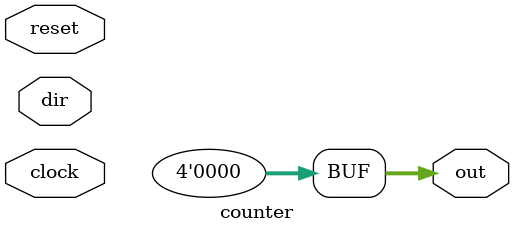
<source format=v>
module counter(out, dir, clock, reset);
input dir, clock, reset;
output [3:0] out;
reg [3:0] out;

always @ (reset)
	out = 4'b0000;
always @(posedge clock)
	if (dir == 1)
		out = out + 1;
	else
		out = out - 1;

endmodule

</source>
